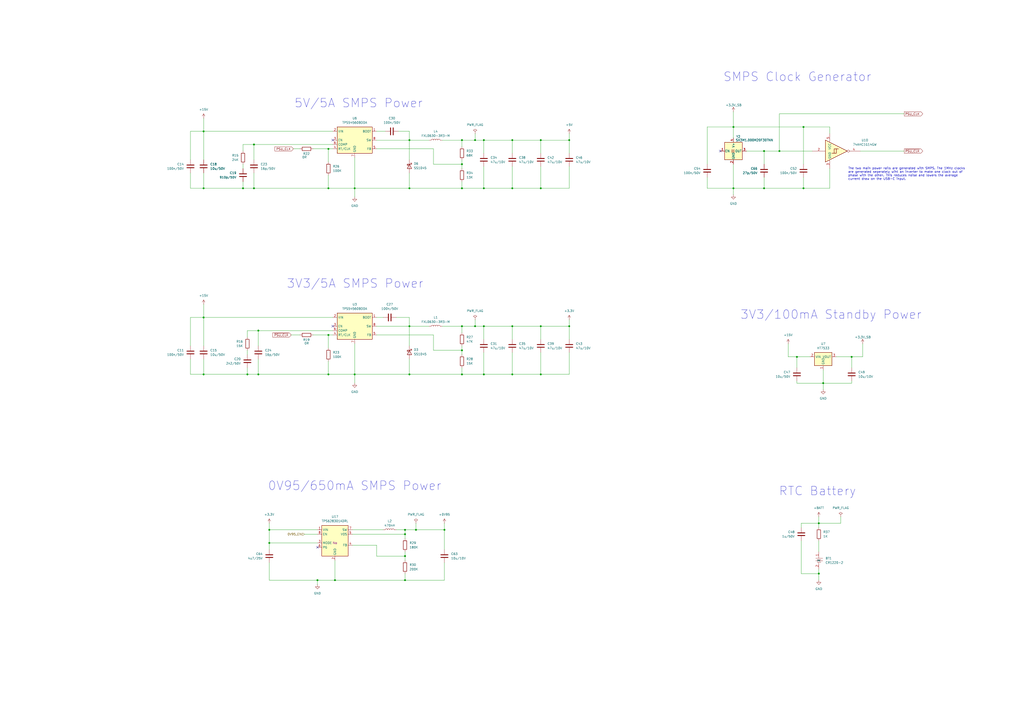
<source format=kicad_sch>
(kicad_sch (version 20250114) (generator "eeschema") (generator_version "9.0")
  (paper "A2")
  (title_block (title "LattePanda Mu Console") (date "2025-07-30") (rev "V1.0"))
  (lib_symbols
    (symbol "74xGxx:SN74LVC1G14DBV"
      (property "Reference" "U" (at 0 3.81 0))
      (property "Value" "SN74LVC1G14DBV" (at 0 -3.81 0))
      (symbol "SN74LVC1G14DBV_0_1"
        (polyline (pts (xy -7.62 6.35) (xy -7.62 -6.35) (xy 5.08 0) (xy -7.62 6.35)) (stroke (width 0.254)) (fill (type background)))
      )
      (symbol "SN74LVC1G14DBV_1_1"
        (polyline (pts (xy -3.81 -1.27) (xy -1.27 -1.27) (xy -1.27 1.27)) (stroke (width 0.254)))
        (polyline (pts (xy -2.54 -1.27) (xy -2.54 1.27) (xy 0 1.27)) (stroke (width 0.254)))
        (pin input line (at -15.24 0 0) (length 7.62) (name "~") (number "2"))
        (pin no_connect line (at -7.62 5.08 180) (length 5.08) (hide yes) (name "NC") (number "1"))
        (pin power_in line (at -5.08 10.16 270) (length 5.08) (name "VCC") (number "5"))
        (pin power_in line (at -5.08 -10.16 90) (length 5.08) (name "GND") (number "3"))
        (pin output inverted (at 12.7 0 180) (length 7.62) (name "~") (number "4"))
      )
    )
    (symbol "Device:C" (pin_numbers (hide yes)) (pin_names (offset 0.254))
      (property "Reference" "C" (at 0.635 2.54 0))
      (property "Value" "C" (at 0.635 -2.54 0))
      (symbol "C_0_1"
        (polyline (pts (xy -2.032 0.762) (xy 2.032 0.762)) (stroke (width 0.508)))
        (polyline (pts (xy -2.032 -0.762) (xy 2.032 -0.762)) (stroke (width 0.508)))
      )
      (symbol "C_1_1"
        (pin passive line (at 0 3.81 270) (length 2.794) (name "~") (number "1"))
        (pin passive line (at 0 -3.81 90) (length 2.794) (name "~") (number "2"))
      )
    )
    (symbol "Device:L" (pin_numbers (hide yes)) (pin_names (offset 1.016) (hide yes))
      (property "Reference" "L" (at -1.27 0 90))
      (property "Value" "L" (at 1.905 0 90))
      (symbol "L_0_1"
        (arc (start 0 2.54) (mid 0.6323 1.905) (end 0 1.27))
        (arc (start 0 1.27) (mid 0.6323 0.635) (end 0 0))
        (arc (start 0 0) (mid 0.6323 -0.635) (end 0 -1.27))
        (arc (start 0 -1.27) (mid 0.6323 -1.905) (end 0 -2.54))
      )
      (symbol "L_1_1"
        (pin passive line (at 0 3.81 270) (length 1.27) (name "1") (number "1"))
        (pin passive line (at 0 -3.81 90) (length 1.27) (name "2") (number "2"))
      )
    )
    (symbol "Device:R" (pin_numbers (hide yes)) (pin_names (offset 0))
      (property "Reference" "R" (at 2.032 0 90))
      (property "Value" "R" (at 0 0 90))
      (symbol "R_0_1"
        (rectangle (start -1.016 -2.54) (end 1.016 2.54) (stroke (width 0.254)))
      )
      (symbol "R_1_1"
        (pin passive line (at 0 3.81 270) (length 1.27) (name "~") (number "1"))
        (pin passive line (at 0 -3.81 90) (length 1.27) (name "~") (number "2"))
      )
    )
    (symbol "Diode:SS38" (pin_numbers (hide yes)) (pin_names (offset 1.016) (hide yes))
      (property "Reference" "D" (at 0 2.54 0))
      (property "Value" "SS38" (at 0 -2.54 0))
      (symbol "SS38_0_1"
        (polyline (pts (xy -1.905 0.635) (xy -1.905 1.27) (xy -1.27 1.27) (xy -1.27 -1.27) (xy -0.635 -1.27) (xy -0.635 -0.635)) (stroke (width 0.254)))
        (polyline (pts (xy 1.27 1.27) (xy 1.27 -1.27) (xy -1.27 0) (xy 1.27 1.27)) (stroke (width 0.254)))
        (polyline (pts (xy 1.27 0) (xy -1.27 0)))
      )
      (symbol "SS38_1_1"
        (pin passive line (at -3.81 0 0) (length 2.54) (name "K") (number "1"))
        (pin passive line (at 3.81 0 180) (length 2.54) (name "A") (number "2"))
      )
    )
    (symbol "Oscillator:XO32" (pin_names (offset 0.254))
      (property "Reference" "Y" (at -5.08 6.35 0))
      (property "Value" "XO32" (at 1.27 -6.35 0))
      (symbol "XO32_0_1"
        (rectangle (start -5.08 5.08) (end 5.08 -5.08) (stroke (width 0.254)) (fill (type background)))
        (polyline (pts (xy -1.27 -0.762) (xy -1.016 -0.762) (xy -1.016 0.762) (xy -0.508 0.762) (xy -0.508 -0.762) (xy 0 -0.762) (xy 0 0.762) (xy 0.508 0.762) (xy 0.508 -0.762) (xy 0.762 -0.762)))
      )
      (symbol "XO32_1_1"
        (pin input line (at -7.62 0 0) (length 2.54) (name "EN") (number "1"))
        (pin power_in line (at 0 7.62 270) (length 2.54) (name "V+") (number "4"))
        (pin power_in line (at 0 -7.62 90) (length 2.54) (name "GND") (number "2"))
        (pin output line (at 7.62 0 180) (length 2.54) (name "OUT") (number "3"))
      )
    )
    (symbol "Regulator_Linear:HT75xx-1-SOT89"
      (property "Reference" "U" (at -5.08 -3.81 0))
      (property "Value" "HT75xx-1-SOT89" (at 0 6.35 0))
      (symbol "HT75xx-1-SOT89_0_1"
        (rectangle (start -5.08 5.08) (end 5.08 -2.54) (stroke (width 0.254)) (fill (type background)))
      )
      (symbol "HT75xx-1-SOT89_1_1"
        (pin power_in line (at -7.62 2.54 0) (length 2.54) (name "VIN") (number "2"))
        (pin power_in line (at 0 -5.08 90) (length 2.54) (name "GND") (number "1"))
        (pin power_out line (at 7.62 2.54 180) (length 2.54) (name "VOUT") (number "3"))
      )
    )
    (symbol "Regulator_Switching:TPS54560BDDA"
      (property "Reference" "U" (at -6.35 8.89 0))
      (property "Value" "TPS54560BDDA" (at 10.16 8.89 0))
      (symbol "TPS54560BDDA_0_1"
        (rectangle (start -10.16 7.62) (end 10.16 -7.62) (stroke (width 0.254)) (fill (type background)))
      )
      (symbol "TPS54560BDDA_1_1"
        (pin power_in line (at -12.7 5.08 0) (length 2.54) (name "VIN") (number "2"))
        (pin input line (at -12.7 0 0) (length 2.54) (name "EN") (number "3"))
        (pin output line (at -12.7 -2.54 0) (length 2.54) (name "COMP") (number "6"))
        (pin passive line (at -12.7 -5.08 0) (length 2.54) (name "RT/CLK") (number "4"))
        (pin power_in line (at 0 -10.16 90) (length 2.54) (name "GND") (number "7"))
        (pin passive line (at 0 -10.16 90) (length 2.54) (hide yes) (name "GND") (number "9"))
        (pin passive line (at 12.7 5.08 180) (length 2.54) (name "BOOT") (number "1"))
        (pin power_out line (at 12.7 0 180) (length 2.54) (name "SW") (number "8"))
        (pin input line (at 12.7 -5.08 180) (length 2.54) (name "FB") (number "5"))
      )
    )
    (symbol "easyeda2kicad:CR1220-2"
      (property "Reference" "BT" (at 0 5.08 0))
      (property "Value" "CR1220-2" (at 0 -5.08 0))
      (symbol "CR1220-2_0_1"
        (polyline (pts (xy -1.27 2.29) (xy -1.27 -1.78)))
        (polyline (pts (xy -0.51 1.27) (xy -0.51 -1.02)))
        (polyline (pts (xy 0.25 2.29) (xy 0.25 -1.78)))
        (polyline (pts (xy 1.02 1.27) (xy 1.02 -1.02)))
        (pin input line (at -5.08 0 0) (length 3.81) (name "1") (number "1"))
        (pin input line (at 5.08 0 180) (length 3.81) (name "2") (number "2"))
      )
    )
    (symbol "easyeda2kicad:TPS628301ADRL"
      (property "Reference" "U" (at -7.62 11.43 0))
      (property "Value" "TPS628301ADRL" (at -1.27 11.43 0))
      (symbol "TPS628301ADRL_0_1"
        (rectangle (start -7.62 10.16) (end 7.62 -7.62) (stroke (width 0.254)) (fill (type background)))
      )
      (symbol "TPS628301ADRL_1_1"
        (pin power_in line (at -10.16 7.62 0) (length 2.54) (name "VIN") (number "1"))
        (pin input line (at -10.16 5.08 0) (length 2.54) (name "EN") (number "8"))
        (pin input line (at -10.16 0 0) (length 2.54) (name "MODE") (number "3"))
        (pin output line (at -10.16 -2.54 0) (length 2.54) (name "PG") (number "6"))
        (pin power_in line (at 0 -10.16 90) (length 2.54) (name "GND") (number "2"))
        (pin power_out line (at 10.16 7.62 180) (length 2.54) (name "SW") (number "7"))
        (pin input line (at 10.16 5.08 180) (length 2.54) (name "VOS") (number "5"))
        (pin input line (at 10.16 -1.27 180) (length 2.54) (name "FB") (number "4"))
      )
    )
    (symbol "power:+15V" (power) (pin_numbers (hide yes)) (pin_names (offset 0) (hide yes))
      (property "Value" "+15V" (at 0 3.556 0))
      (symbol "+15V_0_1"
        (polyline (pts (xy -0.762 1.27) (xy 0 2.54)))
        (polyline (pts (xy 0 2.54) (xy 0.762 1.27)))
        (polyline (pts (xy 0 0) (xy 0 2.54)))
      )
      (symbol "+15V_1_1"
        (pin power_in line (at 0 0 90) (length 0) (name "~") (number "1"))
      )
    )
    (symbol "power:+1V0" (power) (pin_numbers (hide yes)) (pin_names (offset 0) (hide yes))
      (property "Value" "+1V0" (at 0 3.556 0))
      (symbol "+1V0_0_1"
        (polyline (pts (xy -0.762 1.27) (xy 0 2.54)))
        (polyline (pts (xy 0 2.54) (xy 0.762 1.27)))
        (polyline (pts (xy 0 0) (xy 0 2.54)))
      )
      (symbol "+1V0_1_1"
        (pin power_in line (at 0 0 90) (length 0) (name "~") (number "1"))
      )
    )
    (symbol "power:+5V" (power) (pin_numbers (hide yes)) (pin_names (offset 0) (hide yes))
      (property "Value" "+5V" (at 0 3.556 0))
      (symbol "+5V_0_1"
        (polyline (pts (xy -0.762 1.27) (xy 0 2.54)))
        (polyline (pts (xy 0 2.54) (xy 0.762 1.27)))
        (polyline (pts (xy 0 0) (xy 0 2.54)))
      )
      (symbol "+5V_1_1"
        (pin power_in line (at 0 0 90) (length 0) (name "~") (number "1"))
      )
    )
    (symbol "power:+BATT" (power) (pin_numbers (hide yes)) (pin_names (offset 0) (hide yes))
      (property "Value" "+BATT" (at 0 3.556 0))
      (symbol "+BATT_0_1"
        (polyline (pts (xy -0.762 1.27) (xy 0 2.54)))
        (polyline (pts (xy 0 2.54) (xy 0.762 1.27)))
        (polyline (pts (xy 0 0) (xy 0 2.54)))
      )
      (symbol "+BATT_1_1"
        (pin power_in line (at 0 0 90) (length 0) (name "~") (number "1"))
      )
    )
    (symbol "power:GND" (power) (pin_numbers (hide yes)) (pin_names (offset 0) (hide yes))
      (property "Value" "GND" (at 0 -3.81 0))
      (symbol "GND_0_1"
        (polyline (pts (xy 0 0) (xy 0 -1.27) (xy 1.27 -1.27) (xy 0 -2.54) (xy -1.27 -1.27) (xy 0 -1.27)))
      )
      (symbol "GND_1_1"
        (pin power_in line (at 0 0 270) (length 0) (name "~") (number "1"))
      )
    )
    (symbol "power:PWR_FLAG" (power) (pin_numbers (hide yes)) (pin_names (offset 0) (hide yes))
      (property "Value" "PWR_FLAG" (at 0 3.81 0))
      (symbol "PWR_FLAG_0_0"
        (pin power_out line (at 0 0 90) (length 0) (name "~") (number "1"))
      )
      (symbol "PWR_FLAG_0_1"
        (polyline (pts (xy 0 0) (xy 0 1.27) (xy -1.016 1.905) (xy 0 2.54) (xy 1.016 1.905) (xy 0 1.27)))
      )
    )
  )
  (text "3V3/5A SMPS Power" (at 205.994 164.592 0) (effects (font (size 5.08 5.08))))
  (text "SMPS Clock Generator" (at 462.534 44.704 0) (effects (font (size 5.08 5.08))))
  (text "RTC Battery" (at 474.218 284.988 0) (effects (font (size 5.08 5.08))))
  (text "0V95/650mA SMPS Power" (at 205.74 281.94 0) (effects (font (size 5.08 5.08))))
  (text "5V/5A SMPS Power" (at 208.026 59.944 0) (effects (font (size 5.08 5.08))))
  (text "The two main power rails are generated with SMPS. The 1MHz clocks \nare generated seperately wiht an inverter to make one clock out of\nphase with the other. This reduces noise and lowers the average \ncurrent draw on the USB-C input." (at 491.998 104.648 0) (effects (font (size 1.27 1.27)) (justify left bottom)))
  (text "3V3/100mA Standby Power" (at 482.092 182.626 0) (effects (font (size 5.08 5.08))))
  (junction (at 118.11 184.15))
  (junction (at 466.09 109.22))
  (junction (at 190.5 109.22))
  (junction (at 156.21 307.34))
  (junction (at 297.18 189.23))
  (junction (at 237.49 217.17))
  (junction (at 267.97 95.25))
  (junction (at 118.11 109.22))
  (junction (at 237.49 189.23))
  (junction (at 474.98 303.53))
  (junction (at 237.49 109.22))
  (junction (at 147.32 109.22))
  (junction (at 462.28 207.01))
  (junction (at 143.51 217.17))
  (junction (at 297.18 109.22))
  (junction (at 234.95 309.88))
  (junction (at 194.31 336.55))
  (junction (at 267.97 189.23))
  (junction (at 275.59 81.28))
  (junction (at 118.11 217.17))
  (junction (at 474.98 332.74))
  (junction (at 425.45 109.22))
  (junction (at 267.97 217.17))
  (junction (at 313.69 217.17))
  (junction (at 234.95 322.58))
  (junction (at 330.2 81.28))
  (junction (at 118.11 76.2))
  (junction (at 156.21 314.96))
  (junction (at 267.97 109.22))
  (junction (at 140.97 109.22))
  (junction (at 280.67 217.17))
  (junction (at 313.69 189.23))
  (junction (at 452.12 87.63))
  (junction (at 494.03 207.01))
  (junction (at 466.09 73.66))
  (junction (at 443.23 87.63))
  (junction (at 267.97 203.2))
  (junction (at 184.15 336.55))
  (junction (at 313.69 81.28))
  (junction (at 425.45 73.66))
  (junction (at 149.86 191.77))
  (junction (at 190.5 194.31))
  (junction (at 257.81 307.34))
  (junction (at 280.67 81.28))
  (junction (at 330.2 189.23))
  (junction (at 280.67 189.23))
  (junction (at 297.18 217.17))
  (junction (at 280.67 109.22))
  (junction (at 267.97 81.28))
  (junction (at 297.18 81.28))
  (junction (at 237.49 81.28))
  (junction (at 275.59 189.23))
  (junction (at 147.32 83.82))
  (junction (at 313.69 109.22))
  (junction (at 234.95 336.55))
  (junction (at 190.5 217.17))
  (junction (at 443.23 109.22))
  (junction (at 234.95 307.34))
  (junction (at 149.86 217.17))
  (junction (at 205.74 217.17))
  (junction (at 190.5 86.36))
  (junction (at 205.74 109.22))
  (junction (at 477.52 222.25))
  (junction (at 241.3 307.34))
  (no_connect (at 184.15 317.5))
  (no_connect (at 193.04 81.28))
  (no_connect (at 417.83 87.63))
  (no_connect (at 193.04 189.23))
  (wire (pts (xy 313.69 196.85) (xy 313.69 189.23)))
  (wire (pts (xy 218.44 86.36) (xy 251.46 86.36)))
  (wire (pts (xy 218.44 189.23) (xy 237.49 189.23)))
  (wire (pts (xy 140.97 83.82) (xy 140.97 87.63)))
  (wire (pts (xy 267.97 193.04) (xy 267.97 189.23)))
  (wire (pts (xy 330.2 81.28) (xy 313.69 81.28)))
  (wire (pts (xy 457.2 199.39) (xy 457.2 207.01)))
  (wire (pts (xy 110.49 100.33) (xy 110.49 109.22)))
  (wire (pts (xy 118.11 100.33) (xy 118.11 109.22)))
  (wire (pts (xy 280.67 196.85) (xy 280.67 189.23)))
  (wire (pts (xy 118.11 76.2) (xy 118.11 68.58)))
  (wire (pts (xy 149.86 217.17) (xy 143.51 217.17)))
  (wire (pts (xy 494.03 213.36) (xy 494.03 207.01)))
  (wire (pts (xy 267.97 189.23) (xy 275.59 189.23)))
  (wire (pts (xy 464.82 313.69) (xy 464.82 332.74)))
  (wire (pts (xy 267.97 109.22) (xy 280.67 109.22)))
  (wire (pts (xy 140.97 95.25) (xy 140.97 97.79)))
  (wire (pts (xy 267.97 213.36) (xy 267.97 217.17)))
  (wire (pts (xy 251.46 194.31) (xy 251.46 203.2)))
  (wire (pts (xy 425.45 109.22) (xy 425.45 113.03)))
  (wire (pts (xy 147.32 109.22) (xy 190.5 109.22)))
  (wire (pts (xy 275.59 189.23) (xy 280.67 189.23)))
  (wire (pts (xy 118.11 208.28) (xy 118.11 217.17)))
  (wire (pts (xy 524.51 66.04) (xy 452.12 66.04)))
  (wire (pts (xy 494.03 220.98) (xy 494.03 222.25)))
  (wire (pts (xy 280.67 109.22) (xy 297.18 109.22)))
  (wire (pts (xy 330.2 96.52) (xy 330.2 109.22)))
  (wire (pts (xy 256.54 81.28) (xy 267.97 81.28)))
  (wire (pts (xy 234.95 309.88) (xy 204.47 309.88)))
  (wire (pts (xy 474.98 332.74) (xy 474.98 336.55)))
  (wire (pts (xy 229.87 307.34) (xy 234.95 307.34)))
  (wire (pts (xy 241.3 303.53) (xy 241.3 307.34)))
  (wire (pts (xy 297.18 217.17) (xy 313.69 217.17)))
  (wire (pts (xy 194.31 336.55) (xy 194.31 325.12)))
  (wire (pts (xy 237.49 92.71) (xy 237.49 81.28)))
  (wire (pts (xy 149.86 191.77) (xy 193.04 191.77)))
  (wire (pts (xy 425.45 64.77) (xy 425.45 73.66)))
  (wire (pts (xy 190.5 86.36) (xy 193.04 86.36)))
  (wire (pts (xy 110.49 92.71) (xy 110.49 76.2)))
  (wire (pts (xy 168.91 194.31) (xy 173.99 194.31)))
  (wire (pts (xy 251.46 86.36) (xy 251.46 95.25)))
  (wire (pts (xy 231.14 76.2) (xy 237.49 76.2)))
  (wire (pts (xy 156.21 336.55) (xy 184.15 336.55)))
  (wire (pts (xy 237.49 109.22) (xy 267.97 109.22)))
  (wire (pts (xy 410.21 109.22) (xy 410.21 102.87)))
  (wire (pts (xy 110.49 109.22) (xy 118.11 109.22)))
  (wire (pts (xy 190.5 209.55) (xy 190.5 217.17)))
  (wire (pts (xy 237.49 189.23) (xy 248.92 189.23)))
  (wire (pts (xy 452.12 87.63) (xy 471.17 87.63)))
  (wire (pts (xy 234.95 320.04) (xy 234.95 322.58)))
  (wire (pts (xy 176.53 309.88) (xy 184.15 309.88)))
  (wire (pts (xy 425.45 73.66) (xy 466.09 73.66)))
  (wire (pts (xy 477.52 222.25) (xy 477.52 226.06)))
  (wire (pts (xy 251.46 95.25) (xy 267.97 95.25)))
  (wire (pts (xy 257.81 303.53) (xy 257.81 307.34)))
  (wire (pts (xy 190.5 217.17) (xy 205.74 217.17)))
  (wire (pts (xy 149.86 217.17) (xy 190.5 217.17)))
  (wire (pts (xy 452.12 66.04) (xy 452.12 87.63)))
  (wire (pts (xy 190.5 201.93) (xy 190.5 194.31)))
  (wire (pts (xy 425.45 73.66) (xy 425.45 80.01)))
  (wire (pts (xy 330.2 77.47) (xy 330.2 81.28)))
  (wire (pts (xy 462.28 207.01) (xy 469.9 207.01)))
  (wire (pts (xy 267.97 200.66) (xy 267.97 203.2)))
  (wire (pts (xy 118.11 184.15) (xy 118.11 200.66)))
  (wire (pts (xy 184.15 336.55) (xy 194.31 336.55)))
  (wire (pts (xy 425.45 109.22) (xy 443.23 109.22)))
  (wire (pts (xy 218.44 184.15) (xy 222.25 184.15)))
  (wire (pts (xy 205.74 109.22) (xy 237.49 109.22)))
  (wire (pts (xy 464.82 306.07) (xy 464.82 303.53)))
  (wire (pts (xy 237.49 217.17) (xy 267.97 217.17)))
  (wire (pts (xy 156.21 326.39) (xy 156.21 336.55)))
  (wire (pts (xy 147.32 83.82) (xy 140.97 83.82)))
  (wire (pts (xy 222.25 307.34) (xy 204.47 307.34)))
  (wire (pts (xy 257.81 307.34) (xy 241.3 307.34)))
  (wire (pts (xy 156.21 314.96) (xy 156.21 318.77)))
  (wire (pts (xy 156.21 303.53) (xy 156.21 307.34)))
  (wire (pts (xy 481.33 109.22) (xy 466.09 109.22)))
  (wire (pts (xy 237.49 100.33) (xy 237.49 109.22)))
  (wire (pts (xy 110.49 208.28) (xy 110.49 217.17)))
  (wire (pts (xy 218.44 194.31) (xy 251.46 194.31)))
  (wire (pts (xy 481.33 77.47) (xy 481.33 73.66)))
  (wire (pts (xy 474.98 330.2) (xy 474.98 332.74)))
  (wire (pts (xy 313.69 109.22) (xy 330.2 109.22)))
  (wire (pts (xy 234.95 336.55) (xy 194.31 336.55)))
  (wire (pts (xy 462.28 220.98) (xy 462.28 222.25)))
  (wire (pts (xy 410.21 73.66) (xy 425.45 73.66)))
  (wire (pts (xy 170.18 86.36) (xy 173.99 86.36)))
  (wire (pts (xy 190.5 101.6) (xy 190.5 109.22)))
  (wire (pts (xy 280.67 189.23) (xy 297.18 189.23)))
  (wire (pts (xy 204.47 316.23) (xy 218.44 316.23)))
  (wire (pts (xy 297.18 109.22) (xy 313.69 109.22)))
  (wire (pts (xy 190.5 109.22) (xy 205.74 109.22)))
  (wire (pts (xy 234.95 332.74) (xy 234.95 336.55)))
  (wire (pts (xy 118.11 76.2) (xy 118.11 92.71)))
  (wire (pts (xy 443.23 87.63) (xy 443.23 95.25)))
  (wire (pts (xy 280.67 217.17) (xy 297.18 217.17)))
  (wire (pts (xy 433.07 87.63) (xy 443.23 87.63)))
  (wire (pts (xy 147.32 109.22) (xy 140.97 109.22)))
  (wire (pts (xy 330.2 185.42) (xy 330.2 189.23)))
  (wire (pts (xy 267.97 217.17) (xy 280.67 217.17)))
  (wire (pts (xy 257.81 318.77) (xy 257.81 307.34)))
  (wire (pts (xy 500.38 207.01) (xy 494.03 207.01)))
  (wire (pts (xy 118.11 184.15) (xy 193.04 184.15)))
  (wire (pts (xy 110.49 217.17) (xy 118.11 217.17)))
  (wire (pts (xy 190.5 93.98) (xy 190.5 86.36)))
  (wire (pts (xy 149.86 191.77) (xy 149.86 200.66)))
  (wire (pts (xy 256.54 189.23) (xy 267.97 189.23)))
  (wire (pts (xy 474.98 303.53) (xy 474.98 306.07)))
  (wire (pts (xy 330.2 196.85) (xy 330.2 189.23)))
  (wire (pts (xy 464.82 303.53) (xy 474.98 303.53)))
  (wire (pts (xy 205.74 109.22) (xy 205.74 114.3)))
  (wire (pts (xy 234.95 309.88) (xy 234.95 312.42)))
  (wire (pts (xy 487.68 303.53) (xy 474.98 303.53)))
  (wire (pts (xy 474.98 299.72) (xy 474.98 303.53)))
  (wire (pts (xy 143.51 217.17) (xy 143.51 213.36)))
  (wire (pts (xy 499.11 87.63) (xy 524.51 87.63)))
  (wire (pts (xy 462.28 207.01) (xy 462.28 213.36)))
  (wire (pts (xy 143.51 191.77) (xy 143.51 195.58)))
  (wire (pts (xy 257.81 326.39) (xy 257.81 336.55)))
  (wire (pts (xy 297.18 88.9) (xy 297.18 81.28)))
  (wire (pts (xy 267.97 85.09) (xy 267.97 81.28)))
  (wire (pts (xy 234.95 307.34) (xy 234.95 309.88)))
  (wire (pts (xy 181.61 86.36) (xy 190.5 86.36)))
  (wire (pts (xy 330.2 88.9) (xy 330.2 81.28)))
  (wire (pts (xy 313.69 217.17) (xy 330.2 217.17)))
  (wire (pts (xy 237.49 184.15) (xy 229.87 184.15)))
  (wire (pts (xy 184.15 339.09) (xy 184.15 336.55)))
  (wire (pts (xy 462.28 222.25) (xy 477.52 222.25)))
  (wire (pts (xy 297.18 204.47) (xy 297.18 217.17)))
  (wire (pts (xy 466.09 73.66) (xy 481.33 73.66)))
  (wire (pts (xy 147.32 100.33) (xy 147.32 109.22)))
  (wire (pts (xy 494.03 207.01) (xy 485.14 207.01)))
  (wire (pts (xy 313.69 204.47) (xy 313.69 217.17)))
  (wire (pts (xy 280.67 88.9) (xy 280.67 81.28)))
  (wire (pts (xy 477.52 214.63) (xy 477.52 222.25)))
  (wire (pts (xy 297.18 196.85) (xy 297.18 189.23)))
  (wire (pts (xy 280.67 81.28) (xy 297.18 81.28)))
  (wire (pts (xy 410.21 109.22) (xy 425.45 109.22)))
  (wire (pts (xy 218.44 76.2) (xy 223.52 76.2)))
  (wire (pts (xy 237.49 200.66) (xy 237.49 189.23)))
  (wire (pts (xy 110.49 200.66) (xy 110.49 184.15)))
  (wire (pts (xy 237.49 208.28) (xy 237.49 217.17)))
  (wire (pts (xy 181.61 194.31) (xy 190.5 194.31)))
  (wire (pts (xy 474.98 313.69) (xy 474.98 320.04)))
  (wire (pts (xy 425.45 95.25) (xy 425.45 109.22)))
  (wire (pts (xy 118.11 184.15) (xy 118.11 176.53)))
  (wire (pts (xy 184.15 314.96) (xy 156.21 314.96)))
  (wire (pts (xy 330.2 204.47) (xy 330.2 217.17)))
  (wire (pts (xy 267.97 95.25) (xy 267.97 97.79)))
  (wire (pts (xy 267.97 81.28) (xy 275.59 81.28)))
  (wire (pts (xy 110.49 184.15) (xy 118.11 184.15)))
  (wire (pts (xy 149.86 191.77) (xy 143.51 191.77)))
  (wire (pts (xy 280.67 204.47) (xy 280.67 217.17)))
  (wire (pts (xy 156.21 307.34) (xy 156.21 314.96)))
  (wire (pts (xy 205.74 199.39) (xy 205.74 217.17)))
  (wire (pts (xy 466.09 95.25) (xy 466.09 73.66)))
  (wire (pts (xy 205.74 217.17) (xy 237.49 217.17)))
  (wire (pts (xy 330.2 189.23) (xy 313.69 189.23)))
  (wire (pts (xy 234.95 322.58) (xy 234.95 325.12)))
  (wire (pts (xy 313.69 189.23) (xy 297.18 189.23)))
  (wire (pts (xy 275.59 185.42) (xy 275.59 189.23)))
  (wire (pts (xy 218.44 81.28) (xy 237.49 81.28)))
  (wire (pts (xy 443.23 102.87) (xy 443.23 109.22)))
  (wire (pts (xy 237.49 81.28) (xy 237.49 76.2)))
  (wire (pts (xy 147.32 83.82) (xy 147.32 92.71)))
  (wire (pts (xy 410.21 95.25) (xy 410.21 73.66)))
  (wire (pts (xy 275.59 81.28) (xy 280.67 81.28)))
  (wire (pts (xy 494.03 222.25) (xy 477.52 222.25)))
  (wire (pts (xy 487.68 299.72) (xy 487.68 303.53)))
  (wire (pts (xy 218.44 316.23) (xy 218.44 322.58)))
  (wire (pts (xy 297.18 96.52) (xy 297.18 109.22)))
  (wire (pts (xy 267.97 203.2) (xy 267.97 205.74)))
  (wire (pts (xy 443.23 109.22) (xy 466.09 109.22)))
  (wire (pts (xy 237.49 81.28) (xy 248.92 81.28)))
  (wire (pts (xy 275.59 77.47) (xy 275.59 81.28)))
  (wire (pts (xy 464.82 332.74) (xy 474.98 332.74)))
  (wire (pts (xy 313.69 88.9) (xy 313.69 81.28)))
  (wire (pts (xy 251.46 203.2) (xy 267.97 203.2)))
  (wire (pts (xy 241.3 307.34) (xy 234.95 307.34)))
  (wire (pts (xy 205.74 91.44) (xy 205.74 109.22)))
  (wire (pts (xy 237.49 189.23) (xy 237.49 184.15)))
  (wire (pts (xy 118.11 109.22) (xy 140.97 109.22)))
  (wire (pts (xy 143.51 203.2) (xy 143.51 205.74)))
  (wire (pts (xy 118.11 76.2) (xy 193.04 76.2)))
  (wire (pts (xy 481.33 97.79) (xy 481.33 109.22)))
  (wire (pts (xy 457.2 207.01) (xy 462.28 207.01)))
  (wire (pts (xy 110.49 76.2) (xy 118.11 76.2)))
  (wire (pts (xy 190.5 194.31) (xy 193.04 194.31)))
  (wire (pts (xy 280.67 96.52) (xy 280.67 109.22)))
  (wire (pts (xy 466.09 102.87) (xy 466.09 109.22)))
  (wire (pts (xy 118.11 217.17) (xy 143.51 217.17)))
  (wire (pts (xy 149.86 208.28) (xy 149.86 217.17)))
  (wire (pts (xy 500.38 199.39) (xy 500.38 207.01)))
  (wire (pts (xy 267.97 105.41) (xy 267.97 109.22)))
  (wire (pts (xy 313.69 81.28) (xy 297.18 81.28)))
  (wire (pts (xy 156.21 307.34) (xy 184.15 307.34)))
  (wire (pts (xy 257.81 336.55) (xy 234.95 336.55)))
  (wire (pts (xy 205.74 217.17) (xy 205.74 222.25)))
  (wire (pts (xy 313.69 96.52) (xy 313.69 109.22)))
  (wire (pts (xy 443.23 87.63) (xy 452.12 87.63)))
  (wire (pts (xy 218.44 322.58) (xy 234.95 322.58)))
  (wire (pts (xy 193.04 83.82) (xy 147.32 83.82)))
  (wire (pts (xy 267.97 92.71) (xy 267.97 95.25)))
  (wire (pts (xy 140.97 109.22) (xy 140.97 105.41)))
  (global_label "~{PSU_CLK}" (shape output) (at 524.51 87.63 0) (property "Intersheetrefs" "${INTERSHEET_REFS}" (effects (hide yes))))
  (global_label "~{PSU_CLK}" (shape input) (at 168.91 194.31 180) (property "Intersheetrefs" "${INTERSHEET_REFS}" (effects (hide yes))))
  (global_label "PSU_CLK" (shape input) (at 170.18 86.36 180) (property "Intersheetrefs" "${INTERSHEET_REFS}" (effects (hide yes))))
  (global_label "PSU_CLK" (shape output) (at 524.51 66.04 0) (property "Intersheetrefs" "${INTERSHEET_REFS}" (effects (hide yes))))
  (hierarchical_label "0V95_EN" (shape input) (at 176.53 309.88 180))
  (symbol (lib_id "power:+BATT") (at 474.98 299.72 0) (unit 1)
    (property "Reference" "#PWR029" (effects (hide yes)))
    (property "Value" "+BATT" (at 474.98 294.64 0))
    (property "Description" "Power symbol creates a global label with name \"+BATT\"" (effects (hide yes)))
  )
  (symbol (lib_id "Device:C") (at 226.06 184.15 90) (unit 1)
    (property "Reference" "C27" (at 226.06 176.53 90))
    (property "Value" "100n/50V" (at 226.06 179.07 90))
    (property "Footprint" "Capacitor_SMD:C_0603_1608Metric" (effects (hide yes)))
    (property "Description" "Unpolarized capacitor" (effects (hide yes)))
    (property "LCSC Part" "C282519" (effects (hide yes)))
    (property "DDD Stock" "Yes" (effects (hide yes)))
    (property "In Stock" "Yes" (effects (hide yes)))
  )
  (symbol (lib_id "Device:R") (at 177.8 86.36 270) (unit 1)
    (property "Reference" "R22" (at 175.768 89.154 90) (effects (justify left)))
    (property "Value" "0R" (at 175.26 91.186 90) (effects (justify left)))
    (property "Footprint" "Resistor_SMD:R_0603_1608Metric" (effects (hide yes)))
    (property "Description" "Resistor" (effects (hide yes)))
    (property "LCSC Part" "C21189" (effects (hide yes)))
    (property "MPN" "0603WAF0000T5E" (effects (hide yes)))
    (property "DDD Stock" "Yes" (effects (hide yes)))
  )
  (symbol (lib_id "power:+5V") (at 330.2 185.42 0) (unit 1)
    (property "Reference" "#PWR022" (effects (hide yes)))
    (property "Value" "+3.3V" (at 330.2 180.34 0))
    (property "Description" "Power symbol creates a global label with name \"+5V\"" (effects (hide yes)))
  )
  (symbol (lib_id "power:PWR_FLAG") (at 275.59 77.47 0) (unit 1)
    (property "Reference" "#FLG08" (effects (hide yes)))
    (property "Value" "PWR_FLAG" (at 275.59 72.39 0))
    (property "Description" "Special symbol for telling ERC where power comes from" (effects (hide yes)))
  )
  (symbol (lib_id "Device:C") (at 110.49 96.52 0) (unit 1)
    (property "Reference" "C14" (at 106.68 95.2499 0) (effects (justify right)))
    (property "Value" "100n/50V" (at 106.68 97.7899 0) (effects (justify right)))
    (property "Footprint" "Capacitor_SMD:C_0603_1608Metric" (effects (hide yes)))
    (property "Description" "Unpolarized capacitor" (effects (hide yes)))
    (property "LCSC Part" "C282519" (effects (hide yes)))
    (property "DDD Stock" "Yes" (effects (hide yes)))
    (property "In Stock" "Yes" (effects (hide yes)))
  )
  (symbol (lib_id "Device:C") (at 280.67 200.66 0) (unit 1)
    (property "Reference" "C31" (at 284.48 199.3899 0) (effects (justify left)))
    (property "Value" "47u/10V" (at 284.48 201.9299 0) (effects (justify left)))
    (property "Footprint" "Capacitor_SMD:C_1206_3216Metric" (effects (hide yes)))
    (property "Description" "Unpolarized capacitor" (effects (hide yes)))
    (property "LCSC Part" "C5448950" (effects (hide yes)))
    (property "DDD Stock" "Yes" (effects (hide yes)))
    (property "In Stock" "Yes" (effects (hide yes)))
  )
  (symbol (lib_id "Device:R") (at 190.5 97.79 0) (unit 1)
    (property "Reference" "R26" (at 193.04 96.5199 0) (effects (justify left)))
    (property "Value" "100K" (at 193.04 99.0599 0) (effects (justify left)))
    (property "Footprint" "Resistor_SMD:R_0603_1608Metric" (effects (hide yes)))
    (property "Description" "Resistor" (effects (hide yes)))
    (property "LCSC Part" "C25803" (effects (hide yes)))
    (property "MPN" "0603WAF1003T5E" (effects (hide yes)))
    (property "DDD Stock" "Yes" (effects (hide yes)))
  )
  (symbol (lib_id "Diode:SS38") (at 237.49 204.47 270) (unit 1)
    (property "Reference" "D3" (at 240.03 202.8824 90) (effects (justify left)))
    (property "Value" "SS1045" (at 240.03 205.4224 90) (effects (justify left)))
    (property "Footprint" "Diode_SMD:D_SMB" (effects (hide yes)))
    (property "Datasheet" "https://www.microdiode.com/uploadfiles//PDF/SS32-THRU-SS3200-SMA.pdf" (effects (hide yes)))
    (property "Description" "80V 3A Schottky Diode, SMA" (effects (hide yes)))
    (property "LCSC Part" "C19273147" (effects (hide yes)))
    (property "MPN" "SS1045" (effects (hide yes)))
    (property "DDD Stock" "No" (effects (hide yes)))
    (property "In Stock" "No" (effects (hide yes)))
  )
  (symbol (lib_id "Device:C") (at 118.11 204.47 0) (unit 1)
    (property "Reference" "C15" (at 121.92 203.1999 0) (effects (justify left)))
    (property "Value" "10u/50V" (at 121.92 205.7399 0) (effects (justify left)))
    (property "Footprint" "Capacitor_SMD:C_0805_2012Metric" (effects (hide yes)))
    (property "Description" "Unpolarized capacitor" (effects (hide yes)))
    (property "LCSC Part" "C440198" (effects (hide yes)))
    (property "DDD Stock" "No" (effects (hide yes)))
    (property "In Stock" "No" (effects (hide yes)))
  )
  (symbol (lib_id "Device:R") (at 190.5 205.74 0) (unit 1)
    (property "Reference" "R23" (at 193.04 204.4699 0) (effects (justify left)))
    (property "Value" "100K" (at 193.04 207.0099 0) (effects (justify left)))
    (property "Footprint" "Resistor_SMD:R_0603_1608Metric" (effects (hide yes)))
    (property "Description" "Resistor" (effects (hide yes)))
    (property "LCSC Part" "C25803" (effects (hide yes)))
    (property "MPN" "0603WAF1003T5E" (effects (hide yes)))
    (property "DDD Stock" "Yes" (effects (hide yes)))
  )
  (symbol (lib_id "Oscillator:XO32") (at 425.45 87.63 0) (unit 1)
    (property "Reference" "Y2" (at 428.244 79.248 0))
    (property "Value" "SX3M1.000M20F30TNN" (at 437.642 81.28 0))
    (property "Footprint" "Oscillator:Oscillator_SMD_EuroQuartz_XO32-4Pin_3.2x2.5mm" (effects (hide yes)))
    (property "Datasheet" "http://cdn-reichelt.de/documents/datenblatt/B400/XO32.pdf" (effects (hide yes)))
    (property "Description" "HCMOS Clock Oscillator" (effects (hide yes)))
    (property "LCSC Part" "C2901547" (effects (hide yes)))
    (property "MPN" "SX3M1.000M20F30TNN" (effects (hide yes)))
    (property "DDD Stock" "Yes" (effects (hide yes)))
    (property "In Stock" "Yes" (effects (hide yes)))
  )
  (symbol (lib_id "power:+5V") (at 257.81 303.53 0) (unit 1)
    (property "Reference" "#PWR046" (effects (hide yes)))
    (property "Value" "+0V95" (at 257.81 298.45 0))
    (property "Description" "Power symbol creates a global label with name \"+5V\"" (effects (hide yes)))
  )
  (symbol (lib_id "Device:C") (at 147.32 96.52 0) (unit 1)
    (property "Reference" "C23" (at 151.13 95.2499 0) (effects (justify left)))
    (property "Value" "16p/50V" (at 151.13 97.7899 0) (effects (justify left)))
    (property "Footprint" "Capacitor_SMD:C_0603_1608Metric" (effects (hide yes)))
    (property "Description" "Unpolarized capacitor" (effects (hide yes)))
    (property "LCSC Part" "C5360788" (effects (hide yes)))
    (property "DDD Stock" "Yes" (effects (hide yes)))
    (property "In Stock" "Yes" (effects (hide yes)))
  )
  (symbol (lib_id "Device:L") (at 252.73 189.23 90) (unit 1)
    (property "Reference" "L1" (at 252.73 184.15 90))
    (property "Value" "FXL0630-3R3-M" (at 252.73 186.69 90))
    (property "Footprint" "Inductor_SMD:L_Changjiang_FXL0630" (effects (hide yes)))
    (property "Description" "Inductor" (effects (hide yes)))
    (property "LCSC Part" "C167219" (effects (hide yes)))
    (property "MPN" "FXL0630-3R3-M" (effects (hide yes)))
    (property "DDD Stock" "No" (effects (hide yes)))
    (property "In Stock" "No" (effects (hide yes)))
  )
  (symbol (lib_id "Device:C") (at 257.81 322.58 0) (mirror y) (unit 1)
    (property "Reference" "C63" (at 261.62 321.3099 0) (effects (justify right)))
    (property "Value" "10u/10V" (at 261.62 323.8499 0) (effects (justify right)))
    (property "Footprint" "Capacitor_SMD:C_0603_1608Metric" (effects (hide yes)))
    (property "Description" "Unpolarized capacitor" (effects (hide yes)))
    (property "LCSC Part" "C19702" (effects (hide yes)))
    (property "DDD Stock" "Yes" (effects (hide yes)))
    (property "In Stock" "Yes" (effects (hide yes)))
  )
  (symbol (lib_id "power:+15V") (at 118.11 68.58 0) (unit 1)
    (property "Reference" "#PWR017" (effects (hide yes)))
    (property "Value" "+15V" (at 118.11 63.5 0))
    (property "Description" "Power symbol creates a global label with name \"+15V\"" (effects (hide yes)))
  )
  (symbol (lib_id "power:+15V") (at 457.2 199.39 0) (unit 1)
    (property "Reference" "#PWR028" (effects (hide yes)))
    (property "Value" "+15V" (at 457.2 194.31 0))
    (property "Description" "Power symbol creates a global label with name \"+15V\"" (effects (hide yes)))
  )
  (symbol (lib_id "Device:C") (at 297.18 92.71 0) (unit 1)
    (property "Reference" "C38" (at 300.99 91.4399 0) (effects (justify left)))
    (property "Value" "47u/10V" (at 300.99 93.9799 0) (effects (justify left)))
    (property "Footprint" "Capacitor_SMD:C_1206_3216Metric" (effects (hide yes)))
    (property "Description" "Unpolarized capacitor" (effects (hide yes)))
    (property "LCSC Part" "C5448950" (effects (hide yes)))
    (property "DDD Stock" "Yes" (effects (hide yes)))
    (property "In Stock" "Yes" (effects (hide yes)))
  )
  (symbol (lib_id "Device:R") (at 474.98 309.88 0) (unit 1)
    (property "Reference" "R37" (at 477.52 308.6099 0) (effects (justify left)))
    (property "Value" "1K" (at 477.52 311.1499 0) (effects (justify left)))
    (property "Footprint" "Resistor_SMD:R_0603_1608Metric" (effects (hide yes)))
    (property "Description" "Resistor" (effects (hide yes)))
    (property "LCSC Part" "C21190" (effects (hide yes)))
    (property "MPN" "0603WAF1001T5E" (effects (hide yes)))
    (property "DDD Stock" "Yes" (effects (hide yes)))
  )
  (symbol (lib_id "Device:C") (at 280.67 92.71 0) (unit 1)
    (property "Reference" "C34" (at 284.48 91.4399 0) (effects (justify left)))
    (property "Value" "47u/10V" (at 284.48 93.9799 0) (effects (justify left)))
    (property "Footprint" "Capacitor_SMD:C_1206_3216Metric" (effects (hide yes)))
    (property "Description" "Unpolarized capacitor" (effects (hide yes)))
    (property "LCSC Part" "C5448950" (effects (hide yes)))
    (property "DDD Stock" "Yes" (effects (hide yes)))
    (property "In Stock" "Yes" (effects (hide yes)))
  )
  (symbol (lib_id "74xGxx:SN74LVC1G14DBV") (at 486.41 87.63 0) (unit 1)
    (property "Reference" "U10" (at 501.65 81.3114 0))
    (property "Value" "74AHC1G14GW" (at 501.65 83.8514 0))
    (property "Footprint" "Package_TO_SOT_SMD:SOT-353_SC-70-5" (effects (hide yes)))
    (property "Datasheet" "https://www.ti.com/lit/ds/symlink/sn74lvc1g14.pdf" (effects (hide yes)))
    (property "Description" "Single Schmitt NOT Gate, Low-Voltage CMOS, SOT-23" (effects (hide yes)))
    (property "LCSC Part" "C19829643" (effects (hide yes)))
    (property "MPN" "74AHC1G14GW" (effects (hide yes)))
    (property "DDD Stock" "Yes" (effects (hide yes)))
    (property "In Stock" "Yes" (effects (hide yes)))
  )
  (symbol (lib_id "power:GND") (at 477.52 226.06 0) (unit 1)
    (property "Reference" "#PWR031" (effects (hide yes)))
    (property "Value" "GND" (at 477.52 231.14 0))
    (property "Description" "Power symbol creates a global label with name \"GND\" , ground" (effects (hide yes)))
  )
  (symbol (lib_id "power:GND") (at 205.74 114.3 0) (unit 1)
    (property "Reference" "#PWR021" (effects (hide yes)))
    (property "Value" "GND" (at 205.74 119.38 0))
    (property "Description" "Power symbol creates a global label with name \"GND\" , ground" (effects (hide yes)))
  )
  (symbol (lib_id "Device:R") (at 234.95 328.93 0) (unit 1)
    (property "Reference" "R30" (at 237.49 327.6599 0) (effects (justify left)))
    (property "Value" "200K" (at 237.49 330.1999 0) (effects (justify left)))
    (property "Footprint" "Resistor_SMD:R_0603_1608Metric" (effects (hide yes)))
    (property "Description" "Resistor" (effects (hide yes)))
    (property "LCSC Part" "C25811" (effects (hide yes)))
    (property "MPN" "0603WAF2003T5E" (effects (hide yes)))
    (property "DDD Stock" "Yes" (effects (hide yes)))
  )
  (symbol (lib_id "Regulator_Linear:HT75xx-1-SOT89") (at 477.52 209.55 0) (unit 1)
    (property "Reference" "U7" (at 477.52 199.39 0))
    (property "Value" "HT7533" (at 477.52 201.93 0))
    (property "Footprint" "Package_TO_SOT_SMD:SOT-89-3" (effects (hide yes)))
    (property "Datasheet" "https://www.holtek.com/documents/10179/116711/HT75xx-1v250.pdf" (effects (hide yes)))
    (property "Description" "100mA Low Dropout Voltage Regulator, Fixed Output, SOT89" (effects (hide yes)))
    (property "LCSC Part" "C5296738" (effects (hide yes)))
    (property "MPN" "HT7533" (effects (hide yes)))
    (property "DDD Stock" "Yes" (effects (hide yes)))
    (property "In Stock" "Yes" (effects (hide yes)))
  )
  (symbol (lib_id "Device:R") (at 143.51 199.39 0) (mirror y) (unit 1)
    (property "Reference" "R16" (at 140.97 198.1199 0) (effects (justify left)))
    (property "Value" "15K" (at 140.97 200.6599 0) (effects (justify left)))
    (property "Footprint" "Resistor_SMD:R_0603_1608Metric" (effects (hide yes)))
    (property "Description" "Resistor" (effects (hide yes)))
    (property "LCSC Part" "C22809" (effects (hide yes)))
    (property "MPN" "0603WAF1502T5E" (effects (hide yes)))
    (property "DDD Stock" "Yes" (effects (hide yes)))
  )
  (symbol (lib_id "power:+5V") (at 330.2 77.47 0) (unit 1)
    (property "Reference" "#PWR025" (effects (hide yes)))
    (property "Value" "+5V" (at 330.2 72.39 0))
    (property "Description" "Power symbol creates a global label with name \"+5V\"" (effects (hide yes)))
  )
  (symbol (lib_id "Device:R") (at 267.97 88.9 0) (unit 1)
    (property "Reference" "R33" (at 270.51 87.6299 0) (effects (justify left)))
    (property "Value" "68K" (at 270.51 90.1699 0) (effects (justify left)))
    (property "Footprint" "Resistor_SMD:R_0603_1608Metric" (effects (hide yes)))
    (property "Description" "Resistor" (effects (hide yes)))
    (property "LCSC Part" "C23231" (effects (hide yes)))
    (property "MPN" "0603WAF6802T5E" (effects (hide yes)))
    (property "DDD Stock" "Yes" (effects (hide yes)))
  )
  (symbol (lib_id "power:GND") (at 425.45 113.03 0) (unit 1)
    (property "Reference" "#PWR0111" (effects (hide yes)))
    (property "Value" "GND" (at 425.45 118.11 0))
    (property "Description" "Power symbol creates a global label with name \"GND\" , ground" (effects (hide yes)))
  )
  (symbol (lib_id "Device:R") (at 267.97 209.55 0) (unit 1)
    (property "Reference" "R28" (at 270.51 208.2799 0) (effects (justify left)))
    (property "Value" "15K" (at 270.51 210.8199 0) (effects (justify left)))
    (property "Footprint" "Resistor_SMD:R_0603_1608Metric" (effects (hide yes)))
    (property "Description" "Resistor" (effects (hide yes)))
    (property "LCSC Part" "C22809" (effects (hide yes)))
    (property "MPN" "0603WAF1502T5E" (effects (hide yes)))
    (property "DDD Stock" "Yes" (effects (hide yes)))
  )
  (symbol (lib_id "power:PWR_FLAG") (at 487.68 299.72 0) (unit 1)
    (property "Reference" "#FLG09" (effects (hide yes)))
    (property "Value" "PWR_FLAG" (at 487.68 294.64 0))
    (property "Description" "Special symbol for telling ERC where power comes from" (effects (hide yes)))
  )
  (symbol (lib_id "Device:R") (at 234.95 316.23 0) (unit 1)
    (property "Reference" "R29" (at 237.49 314.9599 0) (effects (justify left)))
    (property "Value" "180K" (at 237.49 317.4999 0) (effects (justify left)))
    (property "Footprint" "Resistor_SMD:R_0603_1608Metric" (effects (hide yes)))
    (property "Description" "Resistor" (effects (hide yes)))
    (property "LCSC Part" "C22827" (effects (hide yes)))
    (property "MPN" "0603WAF2003T5E" (effects (hide yes)))
    (property "DDD Stock" "Yes" (effects (hide yes)))
  )
  (symbol (lib_id "Device:R") (at 140.97 91.44 0) (mirror y) (unit 1)
    (property "Reference" "R15" (at 138.43 90.1699 0) (effects (justify left)))
    (property "Value" "24K" (at 138.43 92.7099 0) (effects (justify left)))
    (property "Footprint" "Resistor_SMD:R_0603_1608Metric" (effects (hide yes)))
    (property "Description" "Resistor" (effects (hide yes)))
    (property "LCSC Part" "C23352" (effects (hide yes)))
    (property "MPN" "0603WAF2402T5E" (effects (hide yes)))
    (property "DDD Stock" "Yes" (effects (hide yes)))
  )
  (symbol (lib_id "Regulator_Switching:TPS54560BDDA") (at 205.74 189.23 0) (unit 1)
    (property "Reference" "U3" (at 205.74 176.53 0))
    (property "Value" "TPS54560BDDA" (at 205.74 179.07 0))
    (property "Footprint" "Package_SO:Texas_R-PDSO-G8_EP2.95x4.9mm_Mask2.4x3.1mm" (effects (hide yes)))
    (property "Datasheet" "https://www.ti.com/lit/ds/symlink/tps54560b.pdf" (effects (hide yes)))
    (property "Description" "5A, Step Down DC-DC Converter, 4.5-60V Input Voltage, Texas R-PDSO-G8" (effects (hide yes)))
    (property "LCSC Part" "C1850354" (effects (hide yes)))
    (property "MPN" "TPS54560BDDA" (effects (hide yes)))
    (property "DDD Stock" "No" (effects (hide yes)))
    (property "In Stock" "No" (effects (hide yes)))
  )
  (symbol (lib_id "power:GND") (at 205.74 222.25 0) (unit 1)
    (property "Reference" "#PWR018" (effects (hide yes)))
    (property "Value" "GND" (at 205.74 227.33 0))
    (property "Description" "Power symbol creates a global label with name \"GND\" , ground" (effects (hide yes)))
  )
  (symbol (lib_id "Device:C") (at 227.33 76.2 270) (mirror x) (unit 1)
    (property "Reference" "C30" (at 227.33 68.58 90))
    (property "Value" "100n/50V" (at 227.33 71.12 90))
    (property "Footprint" "Capacitor_SMD:C_0603_1608Metric" (effects (hide yes)))
    (property "Description" "Unpolarized capacitor" (effects (hide yes)))
    (property "LCSC Part" "C282519" (effects (hide yes)))
    (property "DDD Stock" "Yes" (effects (hide yes)))
    (property "In Stock" "Yes" (effects (hide yes)))
  )
  (symbol (lib_id "Device:C") (at 410.21 99.06 0) (unit 1)
    (property "Reference" "C54" (at 406.4 97.7899 0) (effects (justify right)))
    (property "Value" "100n/50V" (at 406.4 100.3299 0) (effects (justify right)))
    (property "Footprint" "Capacitor_SMD:C_0603_1608Metric" (effects (hide yes)))
    (property "Description" "Unpolarized capacitor" (effects (hide yes)))
    (property "LCSC Part" "C282519" (effects (hide yes)))
    (property "DDD Stock" "Yes" (effects (hide yes)))
    (property "In Stock" "Yes" (effects (hide yes)))
  )
  (symbol (lib_id "Device:L") (at 226.06 307.34 90) (unit 1)
    (property "Reference" "L2" (at 226.06 302.26 90))
    (property "Value" "470nH" (at 226.06 304.8 90))
    (property "Footprint" "Inductor_SMD:L_0603_1608Metric" (effects (hide yes)))
    (property "Description" "Inductor" (effects (hide yes)))
    (property "DDD Stock" "No" (effects (hide yes)))
    (property "LCSC Part" "C695609" (effects (hide yes)))
    (property "MPN" "TFM160808ALC-R47MTAA" (effects (hide yes)))
    (property "In Stock" "No" (effects (hide yes)))
  )
  (symbol (lib_id "power:+5V") (at 156.21 303.53 0) (unit 1)
    (property "Reference" "#PWR047" (effects (hide yes)))
    (property "Value" "+3.3V" (at 156.21 298.45 0))
    (property "Description" "Power symbol creates a global label with name \"+5V\"" (effects (hide yes)))
  )
  (symbol (lib_id "Device:R") (at 177.8 194.31 270) (unit 1)
    (property "Reference" "R19" (at 175.768 197.104 90) (effects (justify left)))
    (property "Value" "0R" (at 176.53 199.136 90) (effects (justify left)))
    (property "Footprint" "Resistor_SMD:R_0603_1608Metric" (effects (hide yes)))
    (property "Description" "Resistor" (effects (hide yes)))
    (property "LCSC Part" "C21189" (effects (hide yes)))
    (property "MPN" "0603WAF0000T5E" (effects (hide yes)))
    (property "DDD Stock" "Yes" (effects (hide yes)))
  )
  (symbol (lib_id "power:+15V") (at 118.11 176.53 0) (unit 1)
    (property "Reference" "#PWR014" (effects (hide yes)))
    (property "Value" "+15V" (at 118.11 171.45 0))
    (property "Description" "Power symbol creates a global label with name \"+15V\"" (effects (hide yes)))
  )
  (symbol (lib_id "Device:C") (at 443.23 99.06 0) (unit 1)
    (property "Reference" "C66" (at 439.42 97.7899 0) (effects (justify right)))
    (property "Value" "27p/50V" (at 439.42 100.3299 0) (effects (justify right)))
    (property "Footprint" "Capacitor_SMD:C_0603_1608Metric" (effects (hide yes)))
    (property "Description" "Unpolarized capacitor" (effects (hide yes)))
    (property "LCSC Part" "C302064" (effects (hide yes)))
    (property "DDD Stock" "Yes" (effects (hide yes)))
    (property "In Stock" "Yes" (effects (hide yes)))
  )
  (symbol (lib_id "Device:C") (at 140.97 101.6 0) (mirror y) (unit 1)
    (property "Reference" "C19" (at 137.16 100.3299 0) (effects (justify left)))
    (property "Value" "910p/50V" (at 137.16 102.8699 0) (effects (justify left)))
    (property "Footprint" "Capacitor_SMD:C_0603_1608Metric" (effects (hide yes)))
    (property "Description" "Unpolarized capacitor" (effects (hide yes)))
    (property "LCSC Part" "C3037659" (effects (hide yes)))
    (property "DDD Stock" "Yes" (effects (hide yes)))
    (property "In Stock" "Yes" (effects (hide yes)))
  )
  (symbol (lib_id "Device:C") (at 330.2 92.71 0) (unit 1)
    (property "Reference" "C46" (at 334.01 91.4399 0) (effects (justify left)))
    (property "Value" "47u/10V" (at 334.01 93.9799 0) (effects (justify left)))
    (property "Footprint" "Capacitor_SMD:C_1206_3216Metric" (effects (hide yes)))
    (property "Description" "Unpolarized capacitor" (effects (hide yes)))
    (property "LCSC Part" "C5448950" (effects (hide yes)))
    (property "DDD Stock" "Yes" (effects (hide yes)))
    (property "In Stock" "Yes" (effects (hide yes)))
  )
  (symbol (lib_id "Device:C") (at 156.21 322.58 0) (unit 1)
    (property "Reference" "C64" (at 152.4 321.3099 0) (effects (justify right)))
    (property "Value" "4u7/25V" (at 152.4 323.8499 0) (effects (justify right)))
    (property "Footprint" "Capacitor_SMD:C_0603_1608Metric" (effects (hide yes)))
    (property "Description" "Unpolarized capacitor" (effects (hide yes)))
    (property "LCSC Part" "C20539423" (effects (hide yes)))
    (property "DDD Stock" "No" (effects (hide yes)))
    (property "In Stock" "No" (effects (hide yes)))
  )
  (symbol (lib_id "Device:R") (at 267.97 196.85 0) (unit 1)
    (property "Reference" "R27" (at 270.51 195.5799 0) (effects (justify left)))
    (property "Value" "47K" (at 270.51 198.1199 0) (effects (justify left)))
    (property "Footprint" "Resistor_SMD:R_0603_1608Metric" (effects (hide yes)))
    (property "Description" "Resistor" (effects (hide yes)))
    (property "LCSC Part" "C25819" (effects (hide yes)))
    (property "MPN" "0603WAF4702T5E" (effects (hide yes)))
    (property "DDD Stock" "Yes" (effects (hide yes)))
  )
  (symbol (lib_id "Device:C") (at 313.69 92.71 0) (unit 1)
    (property "Reference" "C42" (at 317.5 91.4399 0) (effects (justify left)))
    (property "Value" "47u/10V" (at 317.5 93.9799 0) (effects (justify left)))
    (property "Footprint" "Capacitor_SMD:C_1206_3216Metric" (effects (hide yes)))
    (property "Description" "Unpolarized capacitor" (effects (hide yes)))
    (property "LCSC Part" "C5448950" (effects (hide yes)))
    (property "DDD Stock" "Yes" (effects (hide yes)))
    (property "In Stock" "Yes" (effects (hide yes)))
  )
  (symbol (lib_id "Device:C") (at 110.49 204.47 0) (unit 1)
    (property "Reference" "C11" (at 106.68 203.1999 0) (effects (justify right)))
    (property "Value" "100n/50V" (at 106.68 205.7399 0) (effects (justify right)))
    (property "Footprint" "Capacitor_SMD:C_0603_1608Metric" (effects (hide yes)))
    (property "Description" "Unpolarized capacitor" (effects (hide yes)))
    (property "LCSC Part" "C282519" (effects (hide yes)))
    (property "DDD Stock" "Yes" (effects (hide yes)))
    (property "In Stock" "Yes" (effects (hide yes)))
  )
  (symbol (lib_id "easyeda2kicad:CR1220-2") (at 474.98 325.12 270) (unit 1)
    (property "Reference" "BT1" (at 478.79 323.8499 90) (effects (justify left)))
    (property "Value" "CR1220-2" (at 478.79 326.3899 90) (effects (justify left)))
    (property "Footprint" "easyeda2kicad:BAT-SMD_CR1220-2" (effects (hide yes)))
    (property "Datasheet" "https://lcsc.com/product-detail/Battery-Holders-Clips-Contacts_CR1220-2-Battery-horizontal-base_C70381.html" (effects (hide yes)))
    (property "LCSC Part" "C70381" (effects (hide yes)))
    (property "DDD Stock" "Yes" (effects (hide yes)))
    (property "MPN" "CR1220-2" (effects (hide yes)))
    (property "In Stock" "Yes" (effects (hide yes)))
  )
  (symbol (lib_id "Device:C") (at 118.11 96.52 0) (unit 1)
    (property "Reference" "C18" (at 121.92 95.2499 0) (effects (justify left)))
    (property "Value" "10u/50V" (at 121.92 97.7899 0) (effects (justify left)))
    (property "Footprint" "Capacitor_SMD:C_0805_2012Metric" (effects (hide yes)))
    (property "Description" "Unpolarized capacitor" (effects (hide yes)))
    (property "LCSC Part" "C440198" (effects (hide yes)))
    (property "DDD Stock" "No" (effects (hide yes)))
    (property "In Stock" "No" (effects (hide yes)))
  )
  (symbol (lib_id "power:PWR_FLAG") (at 241.3 303.53 0) (unit 1)
    (property "Reference" "#FLG015" (effects (hide yes)))
    (property "Value" "PWR_FLAG" (at 241.3 298.45 0))
    (property "Description" "Special symbol for telling ERC where power comes from" (effects (hide yes)))
  )
  (symbol (lib_id "Device:C") (at 297.18 200.66 0) (unit 1)
    (property "Reference" "C35" (at 300.99 199.3899 0) (effects (justify left)))
    (property "Value" "47u/10V" (at 300.99 201.9299 0) (effects (justify left)))
    (property "Footprint" "Capacitor_SMD:C_1206_3216Metric" (effects (hide yes)))
    (property "Description" "Unpolarized capacitor" (effects (hide yes)))
    (property "LCSC Part" "C5448950" (effects (hide yes)))
    (property "DDD Stock" "Yes" (effects (hide yes)))
    (property "In Stock" "Yes" (effects (hide yes)))
  )
  (symbol (lib_id "Device:C") (at 494.03 217.17 0) (unit 1)
    (property "Reference" "C49" (at 497.84 215.8999 0) (effects (justify left)))
    (property "Value" "10u/10V" (at 497.84 218.4399 0) (effects (justify left)))
    (property "Footprint" "Capacitor_SMD:C_0603_1608Metric" (effects (hide yes)))
    (property "Description" "Unpolarized capacitor" (effects (hide yes)))
    (property "LCSC Part" "C19702" (effects (hide yes)))
    (property "DDD Stock" "Yes" (effects (hide yes)))
    (property "In Stock" "Yes" (effects (hide yes)))
  )
  (symbol (lib_id "easyeda2kicad:TPS628301ADRL") (at 194.31 314.96 0) (unit 1)
    (property "Reference" "U17" (at 194.31 299.72 0))
    (property "Value" "TPS628301ADRL" (at 194.31 302.26 0))
    (property "Footprint" "Package_TO_SOT_SMD:SOT-583-8" (effects (hide yes)))
    (property "Datasheet" "https://www.ti.com/lit/ds/symlink/tps628301.pdf" (effects (hide yes)))
    (property "Description" "1A Step-Down Converter With 1% Output Accuracy" (effects (hide yes)))
    (property "DDD Stock" "No" (effects (hide yes)))
    (property "LCSC Part" "C22445517" (effects (hide yes)))
    (property "MPN" "TPS628301ADRL" (effects (hide yes)))
    (property "In Stock" "No" (at 194.31 314.96 0))
  )
  (symbol (lib_id "Diode:SS38") (at 237.49 96.52 270) (unit 1)
    (property "Reference" "D6" (at 240.03 94.9324 90) (effects (justify left)))
    (property "Value" "SS1045" (at 240.03 97.4724 90) (effects (justify left)))
    (property "Footprint" "Diode_SMD:D_SMB" (effects (hide yes)))
    (property "Datasheet" "https://www.microdiode.com/uploadfiles//PDF/SS32-THRU-SS3200-SMA.pdf" (effects (hide yes)))
    (property "Description" "80V 3A Schottky Diode, SMA" (effects (hide yes)))
    (property "LCSC Part" "C19273147" (effects (hide yes)))
    (property "MPN" "SS1045" (effects (hide yes)))
    (property "DDD Stock" "No" (effects (hide yes)))
    (property "In Stock" "No" (effects (hide yes)))
  )
  (symbol (lib_id "power:PWR_FLAG") (at 275.59 185.42 0) (unit 1)
    (property "Reference" "#FLG05" (effects (hide yes)))
    (property "Value" "PWR_FLAG" (at 275.59 180.34 0))
    (property "Description" "Special symbol for telling ERC where power comes from" (effects (hide yes)))
  )
  (symbol (lib_id "Device:C") (at 143.51 209.55 0) (mirror y) (unit 1)
    (property "Reference" "C20" (at 139.7 208.2799 0) (effects (justify left)))
    (property "Value" "2n2/50V" (at 139.7 210.8199 0) (effects (justify left)))
    (property "Footprint" "Capacitor_SMD:C_0603_1608Metric" (effects (hide yes)))
    (property "Description" "Unpolarized capacitor" (effects (hide yes)))
    (property "LCSC Part" "C779970" (effects (hide yes)))
    (property "DDD Stock" "Yes" (effects (hide yes)))
    (property "In Stock" "Yes" (effects (hide yes)))
  )
  (symbol (lib_id "Regulator_Switching:TPS54560BDDA") (at 205.74 81.28 0) (unit 1)
    (property "Reference" "U6" (at 205.74 68.58 0))
    (property "Value" "TPS54560BDDA" (at 205.74 71.12 0))
    (property "Footprint" "Package_SO:Texas_R-PDSO-G8_EP2.95x4.9mm_Mask2.4x3.1mm" (effects (hide yes)))
    (property "Datasheet" "https://www.ti.com/lit/ds/symlink/tps54560b.pdf" (effects (hide yes)))
    (property "Description" "5A, Step Down DC-DC Converter, 4.5-60V Input Voltage, Texas R-PDSO-G8" (effects (hide yes)))
    (property "LCSC Part" "C1850354" (effects (hide yes)))
    (property "MPN" "TPS54560BDDA" (effects (hide yes)))
    (property "DDD Stock" "No" (effects (hide yes)))
    (property "In Stock" "No" (effects (hide yes)))
  )
  (symbol (lib_id "power:+1V0") (at 500.38 199.39 0) (unit 1)
    (property "Reference" "#PWR034" (effects (hide yes)))
    (property "Value" "+3.3V_SB" (at 495.808 195.58 0) (effects (justify left)))
    (property "Description" "Power symbol creates a global label with name \"+1V0\"" (effects (hide yes)))
  )
  (symbol (lib_id "Device:C") (at 149.86 204.47 0) (unit 1)
    (property "Reference" "C24" (at 153.67 203.1999 0) (effects (justify left)))
    (property "Value" "16p/50V" (at 153.67 205.7399 0) (effects (justify left)))
    (property "Footprint" "Capacitor_SMD:C_0603_1608Metric" (effects (hide yes)))
    (property "Description" "Unpolarized capacitor" (effects (hide yes)))
    (property "LCSC Part" "C5360788" (effects (hide yes)))
    (property "DDD Stock" "Yes" (effects (hide yes)))
    (property "In Stock" "Yes" (effects (hide yes)))
  )
  (symbol (lib_id "Device:C") (at 466.09 99.06 0) (unit 1)
    (property "Reference" "C52" (at 462.28 97.7899 0) (effects (justify right)))
    (property "Value" "100n/50V" (at 462.28 100.3299 0) (effects (justify right)))
    (property "Footprint" "Capacitor_SMD:C_0603_1608Metric" (effects (hide yes)))
    (property "Description" "Unpolarized capacitor" (effects (hide yes)))
    (property "LCSC Part" "C282519" (effects (hide yes)))
    (property "DDD Stock" "Yes" (effects (hide yes)))
    (property "In Stock" "Yes" (effects (hide yes)))
  )
  (symbol (lib_id "power:GND") (at 474.98 336.55 0) (unit 1)
    (property "Reference" "#PWR030" (effects (hide yes)))
    (property "Value" "GND" (at 474.98 341.63 0))
    (property "Description" "Power symbol creates a global label with name \"GND\" , ground" (effects (hide yes)))
  )
  (symbol (lib_id "Device:C") (at 462.28 217.17 0) (mirror y) (unit 1)
    (property "Reference" "C47" (at 458.47 215.8999 0) (effects (justify left)))
    (property "Value" "10u/50V" (at 458.47 218.4399 0) (effects (justify left)))
    (property "Footprint" "Capacitor_SMD:C_0805_2012Metric" (effects (hide yes)))
    (property "Description" "Unpolarized capacitor" (effects (hide yes)))
    (property "LCSC Part" "C440198" (effects (hide yes)))
    (property "DDD Stock" "No" (effects (hide yes)))
    (property "In Stock" "No" (effects (hide yes)))
  )
  (symbol (lib_id "Device:R") (at 267.97 101.6 0) (unit 1)
    (property "Reference" "R34" (at 270.51 100.3299 0) (effects (justify left)))
    (property "Value" "13K" (at 270.51 102.8699 0) (effects (justify left)))
    (property "Footprint" "Resistor_SMD:R_0603_1608Metric" (effects (hide yes)))
    (property "Description" "Resistor" (effects (hide yes)))
    (property "LCSC Part" "C22797" (effects (hide yes)))
    (property "MPN" "0603WAF1302T5E" (effects (hide yes)))
    (property "DDD Stock" "Yes" (effects (hide yes)))
  )
  (symbol (lib_id "Device:C") (at 313.69 200.66 0) (unit 1)
    (property "Reference" "C39" (at 317.5 199.3899 0) (effects (justify left)))
    (property "Value" "47u/10V" (at 317.5 201.9299 0) (effects (justify left)))
    (property "Footprint" "Capacitor_SMD:C_1206_3216Metric" (effects (hide yes)))
    (property "Description" "Unpolarized capacitor" (effects (hide yes)))
    (property "LCSC Part" "C5448950" (effects (hide yes)))
    (property "DDD Stock" "Yes" (effects (hide yes)))
    (property "In Stock" "Yes" (effects (hide yes)))
  )
  (symbol (lib_id "Device:C") (at 330.2 200.66 0) (unit 1)
    (property "Reference" "C43" (at 334.01 199.3899 0) (effects (justify left)))
    (property "Value" "47u/10V" (at 334.01 201.9299 0) (effects (justify left)))
    (property "Footprint" "Capacitor_SMD:C_1206_3216Metric" (effects (hide yes)))
    (property "Description" "Unpolarized capacitor" (effects (hide yes)))
    (property "LCSC Part" "C5448950" (effects (hide yes)))
    (property "DDD Stock" "Yes" (effects (hide yes)))
    (property "In Stock" "Yes" (effects (hide yes)))
  )
  (symbol (lib_id "power:+1V0") (at 425.45 64.77 0) (unit 1)
    (property "Reference" "#PWR0133" (effects (hide yes)))
    (property "Value" "+3.3V_SB" (at 420.878 60.96 0) (effects (justify left)))
    (property "Description" "Power symbol creates a global label with name \"+1V0\"" (effects (hide yes)))
  )
  (symbol (lib_id "Device:C") (at 464.82 309.88 0) (mirror y) (unit 1)
    (property "Reference" "C48" (at 461.01 308.6099 0) (effects (justify left)))
    (property "Value" "1u/50V" (at 461.01 311.1499 0) (effects (justify left)))
    (property "Footprint" "Capacitor_SMD:C_0603_1608Metric" (effects (hide yes)))
    (property "Description" "Unpolarized capacitor" (effects (hide yes)))
    (property "LCSC Part" "C157684" (effects (hide yes)))
    (property "DDD Stock" "Yes" (effects (hide yes)))
    (property "In Stock" "Yes" (effects (hide yes)))
  )
  (symbol (lib_id "Device:L") (at 252.73 81.28 90) (unit 1)
    (property "Reference" "L4" (at 252.73 76.2 90))
    (property "Value" "FXL0630-3R3-M" (at 252.73 78.74 90))
    (property "Footprint" "Inductor_SMD:L_Changjiang_FXL0630" (effects (hide yes)))
    (property "Description" "Inductor" (effects (hide yes)))
    (property "LCSC Part" "C167219" (effects (hide yes)))
    (property "MPN" "FXL0630-3R3-M" (effects (hide yes)))
    (property "DDD Stock" "No" (effects (hide yes)))
    (property "In Stock" "No" (effects (hide yes)))
  )
  (symbol (lib_id "power:GND") (at 184.15 339.09 0) (unit 1)
    (property "Reference" "#PWR048" (effects (hide yes)))
    (property "Value" "GND" (at 184.15 344.17 0))
    (property "Description" "Power symbol creates a global label with name \"GND\" , ground" (effects (hide yes)))
  )
)
</source>
